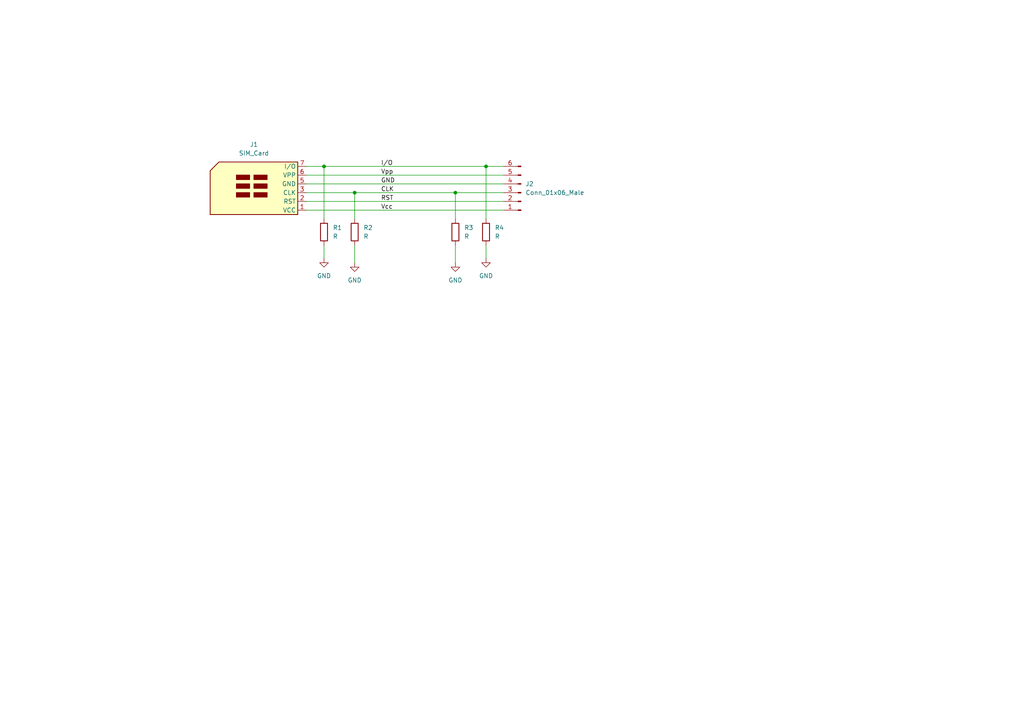
<source format=kicad_sch>
(kicad_sch (version 20211123) (generator eeschema)
  (paper "A4")
  (lib_symbols
    (symbol "Connector:Conn_01x06_Male" (pin_names (offset 1.016) hide)
      (property "Reference" "J" (at 0 7.62 0))
      (property "Value" "Conn_01x06_Male" (at 0 -10.16 0))
      (symbol "Conn_01x06_Male_1_1"
        (polyline (pts (xy 1.27 -7.62) (xy 0.8636 -7.62)) (stroke (width 0.1524)))
        (polyline (pts (xy 1.27 -5.08) (xy 0.8636 -5.08)) (stroke (width 0.1524)))
        (polyline (pts (xy 1.27 -2.54) (xy 0.8636 -2.54)) (stroke (width 0.1524)))
        (polyline (pts (xy 1.27 0) (xy 0.8636 0)) (stroke (width 0.1524)))
        (polyline (pts (xy 1.27 2.54) (xy 0.8636 2.54)) (stroke (width 0.1524)))
        (polyline (pts (xy 1.27 5.08) (xy 0.8636 5.08)) (stroke (width 0.1524)))
        (rectangle (start 0.8636 -7.493) (end 0 -7.747) (stroke (width 0.1524)) (fill (type outline)))
        (rectangle (start 0.8636 -4.953) (end 0 -5.207) (stroke (width 0.1524)) (fill (type outline)))
        (rectangle (start 0.8636 -2.413) (end 0 -2.667) (stroke (width 0.1524)) (fill (type outline)))
        (rectangle (start 0.8636 0.127) (end 0 -0.127) (stroke (width 0.1524)) (fill (type outline)))
        (rectangle (start 0.8636 2.667) (end 0 2.413) (stroke (width 0.1524)) (fill (type outline)))
        (rectangle (start 0.8636 5.207) (end 0 4.953) (stroke (width 0.1524)) (fill (type outline)))
        (pin passive line (at 5.08 5.08 180) (length 3.81) (name "Pin_1") (number "1"))
        (pin passive line (at 5.08 2.54 180) (length 3.81) (name "Pin_2") (number "2"))
        (pin passive line (at 5.08 0 180) (length 3.81) (name "Pin_3") (number "3"))
        (pin passive line (at 5.08 -2.54 180) (length 3.81) (name "Pin_4") (number "4"))
        (pin passive line (at 5.08 -5.08 180) (length 3.81) (name "Pin_5") (number "5"))
        (pin passive line (at 5.08 -7.62 180) (length 3.81) (name "Pin_6") (number "6"))
      )
    )
    (symbol "Connector:SIM_Card"
      (property "Reference" "J" (at -2.54 12.7 0))
      (property "Value" "SIM_Card" (at -1.27 10.16 0))
      (symbol "SIM_Card_0_1"
        (rectangle (start -1.27 -2.54) (end 2.54 -1.27) (stroke (width 0.254)) (fill (type outline)))
        (rectangle (start -1.27 0) (end 2.54 1.27) (stroke (width 0.254)) (fill (type outline)))
        (rectangle (start -1.27 2.54) (end 2.54 3.81) (stroke (width 0.254)) (fill (type outline)))
        (polyline (pts (xy -10.16 8.89) (xy 15.24 8.89) (xy 15.24 -3.81) (xy 12.7 -6.35) (xy -10.16 -6.35) (xy -10.16 8.89)) (stroke (width 0.254)) (fill (type background)))
        (rectangle (start 3.81 -1.27) (end 7.62 -2.54) (stroke (width 0.254)) (fill (type outline)))
        (rectangle (start 3.81 0) (end 7.62 1.27) (stroke (width 0.254)) (fill (type outline)))
        (rectangle (start 3.81 2.54) (end 7.62 3.81) (stroke (width 0.254)) (fill (type outline)))
      )
      (symbol "SIM_Card_1_1"
        (pin power_in line (at -12.7 7.62 0) (length 2.54) (name "VCC") (number "1"))
        (pin input line (at -12.7 5.08 0) (length 2.54) (name "RST") (number "2"))
        (pin input line (at -12.7 2.54 0) (length 2.54) (name "CLK") (number "3"))
        (pin power_in line (at -12.7 0 0) (length 2.54) (name "GND") (number "5"))
        (pin input line (at -12.7 -2.54 0) (length 2.54) (name "VPP") (number "6"))
        (pin bidirectional line (at -12.7 -5.08 0) (length 2.54) (name "I/O") (number "7"))
      )
    )
    (symbol "Device:R" (pin_numbers hide) (pin_names (offset 0))
      (property "Reference" "R" (at 2.032 0 90))
      (property "Value" "R" (at 0 0 90))
      (symbol "R_0_1"
        (rectangle (start -1.016 -2.54) (end 1.016 2.54) (stroke (width 0.254)))
      )
      (symbol "R_1_1"
        (pin passive line (at 0 3.81 270) (length 1.27) (name "~") (number "1"))
        (pin passive line (at 0 -3.81 90) (length 1.27) (name "~") (number "2"))
      )
    )
    (symbol "power:GND" (power) (pin_names (offset 0))
      (property "Value" "GND" (at 0 -3.81 0))
      (symbol "GND_0_1"
        (polyline (pts (xy 0 0) (xy 0 -1.27) (xy 1.27 -1.27) (xy 0 -2.54) (xy -1.27 -1.27) (xy 0 -1.27)))
      )
      (symbol "GND_1_1"
        (pin power_in line (at 0 0 270) (length 0) hide (name "GND") (number "1"))
      )
    )
  )
  (junction (at 93.98 48.26))
  (junction (at 132.08 55.88))
  (junction (at 102.87 55.88))
  (junction (at 140.97 48.26))
  (wire (pts (xy 88.9 55.88) (xy 102.87 55.88)))
  (wire (pts (xy 102.87 55.88) (xy 102.87 63.5)))
  (wire (pts (xy 102.87 55.88) (xy 132.08 55.88)))
  (wire (pts (xy 88.9 53.34) (xy 146.05 53.34)))
  (wire (pts (xy 88.9 48.26) (xy 93.98 48.26)))
  (wire (pts (xy 146.05 48.26) (xy 140.97 48.26)))
  (wire (pts (xy 132.08 71.12) (xy 132.08 76.2)))
  (wire (pts (xy 132.08 55.88) (xy 146.05 55.88)))
  (wire (pts (xy 102.87 71.12) (xy 102.87 76.2)))
  (wire (pts (xy 93.98 48.26) (xy 140.97 48.26)))
  (wire (pts (xy 88.9 58.42) (xy 146.05 58.42)))
  (wire (pts (xy 132.08 63.5) (xy 132.08 55.88)))
  (wire (pts (xy 88.9 50.8) (xy 146.05 50.8)))
  (wire (pts (xy 88.9 60.96) (xy 146.05 60.96)))
  (wire (pts (xy 140.97 48.26) (xy 140.97 63.5)))
  (wire (pts (xy 93.98 71.12) (xy 93.98 74.93)))
  (wire (pts (xy 140.97 71.12) (xy 140.97 74.93)))
  (wire (pts (xy 93.98 48.26) (xy 93.98 63.5)))
  (label "CLK" (at 110.49 55.88 0))
  (label "Vcc" (at 110.49 60.96 0))
  (label "RST" (at 110.49 58.42 0))
  (label "GND" (at 110.49 53.34 0))
  (label "I{slash}O" (at 110.49 48.26 0))
  (label "Vpp" (at 110.49 50.8 0))
  (symbol (lib_id "power:GND") (at 102.87 76.2 0) (unit 1)
    (property "Reference" "#PWR0104" (effects hide))
    (property "Value" "GND" (at 102.87 81.28 0))
  )
  (symbol (lib_id "power:GND") (at 140.97 74.93 0) (unit 1)
    (property "Reference" "#PWR0101" (effects hide))
    (property "Value" "GND" (at 140.97 80.01 0))
  )
  (symbol (lib_id "Device:R") (at 93.98 67.31 0) (unit 1)
    (property "Reference" "R1" (at 96.52 66.0399 0) (effects (justify left)))
    (property "Value" "R" (at 96.52 68.5799 0) (effects (justify left)))
    (property "Footprint" "Resistor_SMD:R_0805_2012Metric" (effects hide))
  )
  (symbol (lib_id "Device:R") (at 102.87 67.31 0) (unit 1)
    (property "Reference" "R2" (at 105.41 66.0399 0) (effects (justify left)))
    (property "Value" "R" (at 105.41 68.5799 0) (effects (justify left)))
    (property "Footprint" "Resistor_SMD:R_0805_2012Metric" (effects hide))
  )
  (symbol (lib_id "power:GND") (at 132.08 76.2 0) (unit 1)
    (property "Reference" "#PWR0102" (effects hide))
    (property "Value" "GND" (at 132.08 81.28 0))
  )
  (symbol (lib_id "power:GND") (at 93.98 74.93 0) (unit 1)
    (property "Reference" "#PWR0103" (effects hide))
    (property "Value" "GND" (at 93.98 80.01 0))
  )
  (symbol (lib_id "Connector:Conn_01x06_Male") (at 151.13 55.88 180) (unit 1)
    (property "Reference" "J2" (at 152.4 53.3399 0) (effects (justify right)))
    (property "Value" "Conn_01x06_Male" (at 152.4 55.8799 0) (effects (justify right)))
    (property "Footprint" "Connector_Molex:Molex_KK-254_AE-6410-06A_1x06_P2.54mm_Vertical" (effects hide))
  )
  (symbol (lib_id "Connector:SIM_Card") (at 76.2 53.34 180) (unit 1)
    (property "Reference" "J1" (at 73.66 41.91 0))
    (property "Value" "SIM_Card" (at 73.66 44.45 0))
    (property "Footprint" "SIM:SIM_2" (effects hide))
    (property "Datasheet" " ~" (effects hide))
  )
  (symbol (lib_id "Device:R") (at 140.97 67.31 0) (unit 1)
    (property "Reference" "R4" (at 143.51 66.0399 0) (effects (justify left)))
    (property "Value" "R" (at 143.51 68.5799 0) (effects (justify left)))
    (property "Footprint" "Resistor_SMD:R_0805_2012Metric" (effects hide))
  )
  (symbol (lib_id "Device:R") (at 132.08 67.31 0) (unit 1)
    (property "Reference" "R3" (at 134.62 66.0399 0) (effects (justify left)))
    (property "Value" "R" (at 134.62 68.5799 0) (effects (justify left)))
    (property "Footprint" "Resistor_SMD:R_0805_2012Metric" (effects hide))
  )
)
</source>
